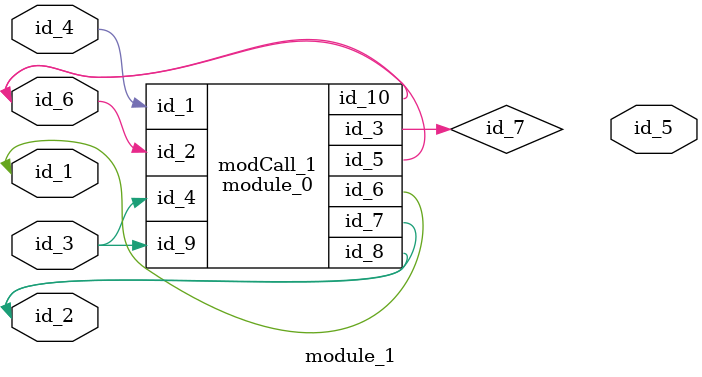
<source format=v>
module module_0 (
    id_1,
    id_2,
    id_3,
    id_4,
    id_5,
    id_6,
    id_7,
    id_8,
    id_9,
    id_10
);
  inout wire id_10;
  input wire id_9;
  output wire id_8;
  output wire id_7;
  inout wire id_6;
  inout wire id_5;
  input wire id_4;
  output wire id_3;
  input wire id_2;
  input wire id_1;
  wire id_11;
  wire id_12;
  wire id_13;
  wire id_14;
  wire id_15;
endmodule
module module_1 (
    id_1,
    id_2,
    id_3,
    id_4,
    id_5,
    id_6
);
  inout wire id_6;
  output wire id_5;
  inout wire id_4;
  input wire id_3;
  inout wire id_2;
  inout wire id_1;
  wire id_7;
  module_0 modCall_1 (
      id_4,
      id_6,
      id_7,
      id_3,
      id_6,
      id_1,
      id_2,
      id_2,
      id_3,
      id_6
  );
  wire id_8;
endmodule

</source>
